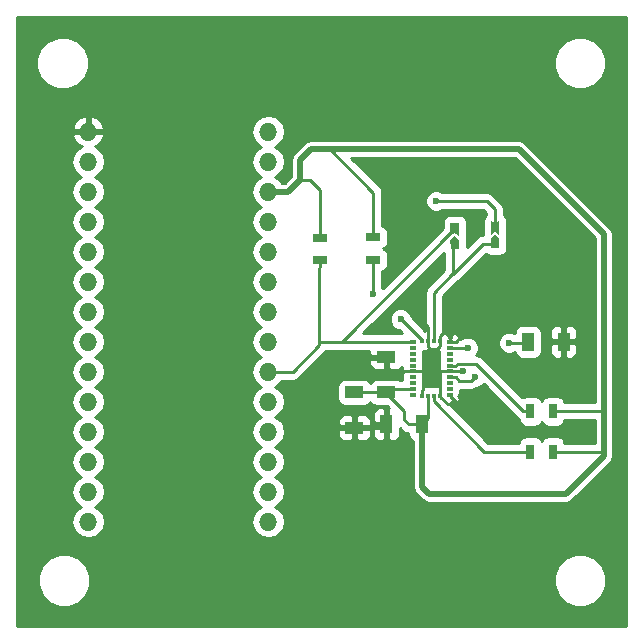
<source format=gtl>
G04 #@! TF.FileFunction,Copper,L1,Top,Signal*
%FSLAX46Y46*%
G04 Gerber Fmt 4.6, Leading zero omitted, Abs format (unit mm)*
G04 Created by KiCad (PCBNEW 4.0.4-stable) date 06/13/17 21:08:50*
%MOMM*%
%LPD*%
G01*
G04 APERTURE LIST*
%ADD10C,0.100000*%
%ADD11O,1.524000X1.524000*%
%ADD12R,1.000000X1.600000*%
%ADD13R,1.600000X1.000000*%
%ADD14R,0.700000X1.300000*%
%ADD15R,1.300000X0.700000*%
%ADD16R,0.525000X0.300000*%
%ADD17R,0.300000X0.425000*%
%ADD18R,0.750000X0.800000*%
%ADD19C,0.600000*%
%ADD20C,0.500000*%
%ADD21C,0.250000*%
%ADD22C,0.254000*%
G04 APERTURE END LIST*
D10*
D11*
X171400000Y-132840000D03*
X156160000Y-132840000D03*
X171400000Y-127760000D03*
X171400000Y-125220000D03*
X171400000Y-130300000D03*
X156160000Y-130300000D03*
X156160000Y-127760000D03*
X171400000Y-117600000D03*
X156160000Y-125220000D03*
X171400000Y-120140000D03*
X156160000Y-122680000D03*
X171400000Y-115060000D03*
X171400000Y-109980000D03*
X171400000Y-122680000D03*
X171400000Y-107440000D03*
X171400000Y-104900000D03*
X156160000Y-117600000D03*
X171400000Y-112520000D03*
X171400000Y-99820000D03*
X171400000Y-102360000D03*
X156160000Y-115060000D03*
X156160000Y-112520000D03*
X156160000Y-99820000D03*
X156160000Y-109980000D03*
X156160000Y-120140000D03*
X156160000Y-107440000D03*
X156160000Y-104900000D03*
X156160000Y-102360000D03*
D12*
X181400000Y-124600000D03*
X184400000Y-124600000D03*
X196400000Y-117600000D03*
X193400000Y-117600000D03*
D13*
X178700000Y-121900000D03*
X178700000Y-124900000D03*
X181400000Y-121900000D03*
X181400000Y-118900000D03*
D14*
X193600000Y-126900000D03*
X195500000Y-126900000D03*
X193600000Y-123500000D03*
X195500000Y-123500000D03*
D15*
X180260790Y-108759636D03*
X180260790Y-110659636D03*
X175757100Y-108786752D03*
X175757100Y-110686752D03*
D16*
X183631000Y-122124000D03*
D17*
X184443500Y-122186500D03*
X184943500Y-122186500D03*
X185443500Y-122186500D03*
X185943500Y-122186500D03*
D16*
X186756000Y-122124000D03*
X186756000Y-121624000D03*
X186756000Y-121124000D03*
X186756000Y-120624000D03*
X186756000Y-120124000D03*
X186756000Y-119624000D03*
X186756000Y-119124000D03*
X186756000Y-118624000D03*
X186756000Y-118124000D03*
X186756000Y-117624000D03*
D17*
X185943500Y-117561500D03*
X185443500Y-117561500D03*
X184943500Y-117561500D03*
X184443500Y-117561500D03*
D16*
X183631000Y-117624000D03*
X183631000Y-118124000D03*
X183631000Y-118624000D03*
X183631000Y-119124000D03*
X183631000Y-119624000D03*
X183631000Y-120124000D03*
X183631000Y-120624000D03*
X183631000Y-121124000D03*
X183631000Y-121624000D03*
D18*
X190600000Y-109300000D03*
X190600000Y-107800000D03*
D10*
G36*
X190225000Y-107416200D02*
X190975000Y-107966200D01*
X190975000Y-108016200D01*
X190225000Y-108566200D01*
X190225000Y-107416200D01*
X190225000Y-107416200D01*
G37*
G36*
X190975000Y-108566200D02*
X190225000Y-108016200D01*
X190225000Y-107966200D01*
X190975000Y-107416200D01*
X190975000Y-108566200D01*
X190975000Y-108566200D01*
G37*
G36*
X190599960Y-108558000D02*
X190975960Y-108858000D01*
X190975960Y-109258000D01*
X190599960Y-109558000D01*
X190599960Y-108558000D01*
X190599960Y-108558000D01*
G37*
G36*
X190600040Y-109558000D02*
X190224040Y-109258000D01*
X190224040Y-108858000D01*
X190600040Y-108558000D01*
X190600040Y-109558000D01*
X190600040Y-109558000D01*
G37*
D18*
X187200000Y-109400000D03*
X187200000Y-107900000D03*
D10*
G36*
X186825000Y-107516200D02*
X187575000Y-108066200D01*
X187575000Y-108116200D01*
X186825000Y-108666200D01*
X186825000Y-107516200D01*
X186825000Y-107516200D01*
G37*
G36*
X187575000Y-108666200D02*
X186825000Y-108116200D01*
X186825000Y-108066200D01*
X187575000Y-107516200D01*
X187575000Y-108666200D01*
X187575000Y-108666200D01*
G37*
G36*
X187199960Y-108658000D02*
X187575960Y-108958000D01*
X187575960Y-109358000D01*
X187199960Y-109658000D01*
X187199960Y-108658000D01*
X187199960Y-108658000D01*
G37*
G36*
X187200040Y-109658000D02*
X186824040Y-109358000D01*
X186824040Y-108958000D01*
X187200040Y-108658000D01*
X187200040Y-109658000D01*
X187200040Y-109658000D01*
G37*
D19*
X187900000Y-123300000D03*
X187900000Y-120100000D03*
X191800000Y-117700000D03*
X188900000Y-120600000D03*
X188900000Y-120600000D03*
X180260790Y-113560790D03*
X185600000Y-105700000D03*
X182600000Y-115700000D03*
X188276000Y-118124000D03*
D20*
X176600000Y-101300000D02*
X192600000Y-101300000D01*
X192600000Y-101300000D02*
X199800000Y-108500000D01*
X199800000Y-108500000D02*
X199800000Y-123500000D01*
D21*
X175757100Y-105112083D02*
X175757100Y-104717927D01*
X175757100Y-104717927D02*
X174939173Y-103900000D01*
X174939173Y-103900000D02*
X174100000Y-103900000D01*
D20*
X176600000Y-101300000D02*
X175000000Y-101300000D01*
X175000000Y-101300000D02*
X174100000Y-102200000D01*
X174100000Y-102200000D02*
X174100000Y-103900000D01*
X174100000Y-103900000D02*
X173100000Y-104900000D01*
X173100000Y-104900000D02*
X171400000Y-104900000D01*
D21*
X181400000Y-121900000D02*
X181400000Y-121957723D01*
X181400000Y-121957723D02*
X182900000Y-123457723D01*
X182900000Y-123457723D02*
X182900000Y-124200000D01*
X183300000Y-124600000D02*
X184400000Y-124600000D01*
X182900000Y-124200000D02*
X183300000Y-124600000D01*
D20*
X184400000Y-124600000D02*
X184400000Y-129900000D01*
X184400000Y-129900000D02*
X185000000Y-130500000D01*
X185000000Y-130500000D02*
X196600000Y-130500000D01*
X196600000Y-130500000D02*
X199800000Y-127300000D01*
X199800000Y-127300000D02*
X199800000Y-126800000D01*
D21*
X184943500Y-122186500D02*
X184943500Y-124056500D01*
X184943500Y-124056500D02*
X184400000Y-124600000D01*
X181400000Y-121900000D02*
X181676000Y-121624000D01*
X181676000Y-121624000D02*
X183631000Y-121624000D01*
X179100000Y-121900000D02*
X181400000Y-121900000D01*
X180260790Y-108759636D02*
X180260790Y-108159636D01*
X180260790Y-108159636D02*
X180300000Y-108120426D01*
X180300000Y-108120426D02*
X180300000Y-105000000D01*
X180300000Y-105000000D02*
X176600000Y-101300000D01*
X175757100Y-108786752D02*
X175757100Y-105112083D01*
D20*
X199800000Y-126800000D02*
X199800000Y-123500000D01*
D21*
X195500000Y-126900000D02*
X199700000Y-126900000D01*
X199700000Y-126900000D02*
X199800000Y-126800000D01*
X195500000Y-123500000D02*
X199800000Y-123500000D01*
X180260790Y-108759636D02*
X179960790Y-108759636D01*
X175677100Y-108706752D02*
X175757100Y-108786752D01*
X185500000Y-120124000D02*
X184500000Y-120124000D01*
X184500000Y-120124000D02*
X184376000Y-120124000D01*
X184443500Y-122186500D02*
X184443500Y-121724000D01*
X184443500Y-121724000D02*
X184500000Y-121667500D01*
X184500000Y-121667500D02*
X184500000Y-120124000D01*
X183118500Y-120124000D02*
X182924000Y-120124000D01*
X182924000Y-120124000D02*
X182900000Y-120100000D01*
X182900000Y-120100000D02*
X181850000Y-120100000D01*
X181400000Y-119650000D02*
X181400000Y-118900000D01*
X181850000Y-120100000D02*
X181400000Y-119650000D01*
X175400000Y-122650000D02*
X179150000Y-118900000D01*
X179150000Y-118900000D02*
X181400000Y-118900000D01*
X178700000Y-124900000D02*
X177650000Y-124900000D01*
X177650000Y-124900000D02*
X175400000Y-122650000D01*
X178700000Y-124900000D02*
X181100000Y-124900000D01*
X181100000Y-124900000D02*
X181400000Y-124600000D01*
X185943500Y-117099000D02*
X186242500Y-116800000D01*
X186242500Y-116800000D02*
X186650000Y-116392500D01*
X186756000Y-117624000D02*
X186756000Y-117224000D01*
X186756000Y-117224000D02*
X186332000Y-116800000D01*
X186332000Y-116800000D02*
X186242500Y-116800000D01*
X185500000Y-120124000D02*
X185500000Y-118225742D01*
X185943500Y-122186500D02*
X185943500Y-120124000D01*
X185943500Y-120124000D02*
X185500000Y-120124000D01*
X186756000Y-120124000D02*
X185500000Y-120124000D01*
X185718781Y-118225742D02*
X185500000Y-118225742D01*
X185500000Y-118225742D02*
X185145242Y-118225742D01*
X183631000Y-120124000D02*
X184376000Y-120124000D01*
X185943500Y-117561500D02*
X185943500Y-118001023D01*
X185943500Y-118001023D02*
X185718781Y-118225742D01*
X185145242Y-118225742D02*
X184943500Y-118024000D01*
X184943500Y-118024000D02*
X184943500Y-117561500D01*
X186594500Y-122900000D02*
X187000000Y-122900000D01*
X185943500Y-122186500D02*
X185943500Y-122249000D01*
X185943500Y-122249000D02*
X186594500Y-122900000D01*
X183631000Y-120124000D02*
X183118500Y-120124000D01*
X183118500Y-120124000D02*
X183094500Y-120100000D01*
X184943500Y-117561500D02*
X184943500Y-116343500D01*
X184943500Y-116343500D02*
X184200000Y-115600000D01*
X186786500Y-122186500D02*
X187900000Y-123300000D01*
X186756000Y-120124000D02*
X187876000Y-120124000D01*
X187876000Y-120124000D02*
X187900000Y-120100000D01*
X187268500Y-117624000D02*
X188500000Y-116392500D01*
X185943500Y-117561500D02*
X185943500Y-117099000D01*
X186756000Y-117624000D02*
X187268500Y-117624000D01*
X188600001Y-120899999D02*
X188900000Y-120600000D01*
X187574995Y-120899999D02*
X188600001Y-120899999D01*
X187298996Y-120624000D02*
X187574995Y-120899999D01*
X186756000Y-120624000D02*
X187298996Y-120624000D01*
X191800000Y-117700000D02*
X193300000Y-117700000D01*
X193300000Y-117700000D02*
X193400000Y-117600000D01*
X180260790Y-110659636D02*
X180260790Y-113560790D01*
X189900000Y-105700000D02*
X185600000Y-105700000D01*
X190600000Y-106400000D02*
X189900000Y-105700000D01*
X190600000Y-107991200D02*
X190600000Y-106400000D01*
X184443500Y-117561500D02*
X184443500Y-117499000D01*
X184443500Y-117499000D02*
X182644500Y-115700000D01*
X182644500Y-115700000D02*
X182600000Y-115700000D01*
X184400000Y-117518000D02*
X184443500Y-117561500D01*
X175700000Y-117624000D02*
X175700000Y-117900000D01*
X175700000Y-117900000D02*
X173460000Y-120140000D01*
X173460000Y-120140000D02*
X171400000Y-120140000D01*
X187200000Y-108091200D02*
X187144981Y-108091200D01*
X187144981Y-108091200D02*
X177612181Y-117624000D01*
X177612181Y-117624000D02*
X177500000Y-117624000D01*
X183631000Y-117624000D02*
X177500000Y-117624000D01*
X177500000Y-117624000D02*
X175700000Y-117624000D01*
X175700000Y-111343852D02*
X175700000Y-117624000D01*
X175757100Y-110686752D02*
X175757100Y-111286752D01*
X175757100Y-111286752D02*
X175700000Y-111343852D01*
X186756000Y-118124000D02*
X188276000Y-118124000D01*
X193600000Y-126900000D02*
X189694500Y-126900000D01*
X189694500Y-126900000D02*
X185443500Y-122649000D01*
X185443500Y-122649000D02*
X185443500Y-122186500D01*
X187268500Y-119624000D02*
X186756000Y-119624000D01*
X188974998Y-119474998D02*
X187417502Y-119474998D01*
X193600000Y-123500000D02*
X193000000Y-123500000D01*
X187417502Y-119474998D02*
X187268500Y-119624000D01*
X193000000Y-123500000D02*
X188974998Y-119474998D01*
X189975000Y-109300000D02*
X190600000Y-109300000D01*
X189611971Y-109300000D02*
X189975000Y-109300000D01*
X187012040Y-111899931D02*
X189611971Y-109300000D01*
X187012040Y-111899931D02*
X186991489Y-111899931D01*
X186991489Y-111899931D02*
X185443500Y-113447920D01*
X185443500Y-113447920D02*
X185443500Y-117561500D01*
X187012040Y-109158000D02*
X187012040Y-111899931D01*
D22*
G36*
X201690000Y-141690000D02*
X150110000Y-141690000D01*
X150110000Y-138242619D01*
X151864613Y-138242619D01*
X152204155Y-139064372D01*
X152832321Y-139693636D01*
X153653481Y-140034611D01*
X154542619Y-140035387D01*
X155364372Y-139695845D01*
X155993636Y-139067679D01*
X156334611Y-138246519D01*
X156334614Y-138242619D01*
X195564613Y-138242619D01*
X195904155Y-139064372D01*
X196532321Y-139693636D01*
X197353481Y-140034611D01*
X198242619Y-140035387D01*
X199064372Y-139695845D01*
X199693636Y-139067679D01*
X200034611Y-138246519D01*
X200035387Y-137357381D01*
X199695845Y-136535628D01*
X199067679Y-135906364D01*
X198246519Y-135565389D01*
X197357381Y-135564613D01*
X196535628Y-135904155D01*
X195906364Y-136532321D01*
X195565389Y-137353481D01*
X195564613Y-138242619D01*
X156334614Y-138242619D01*
X156335387Y-137357381D01*
X155995845Y-136535628D01*
X155367679Y-135906364D01*
X154546519Y-135565389D01*
X153657381Y-135564613D01*
X152835628Y-135904155D01*
X152206364Y-136532321D01*
X151865389Y-137353481D01*
X151864613Y-138242619D01*
X150110000Y-138242619D01*
X150110000Y-102360000D01*
X154735631Y-102360000D01*
X154841971Y-102894609D01*
X155144803Y-103347828D01*
X155567102Y-103630000D01*
X155144803Y-103912172D01*
X154841971Y-104365391D01*
X154735631Y-104900000D01*
X154841971Y-105434609D01*
X155144803Y-105887828D01*
X155567102Y-106170000D01*
X155144803Y-106452172D01*
X154841971Y-106905391D01*
X154735631Y-107440000D01*
X154841971Y-107974609D01*
X155144803Y-108427828D01*
X155567102Y-108710000D01*
X155144803Y-108992172D01*
X154841971Y-109445391D01*
X154735631Y-109980000D01*
X154841971Y-110514609D01*
X155144803Y-110967828D01*
X155567102Y-111250000D01*
X155144803Y-111532172D01*
X154841971Y-111985391D01*
X154735631Y-112520000D01*
X154841971Y-113054609D01*
X155144803Y-113507828D01*
X155567102Y-113790000D01*
X155144803Y-114072172D01*
X154841971Y-114525391D01*
X154735631Y-115060000D01*
X154841971Y-115594609D01*
X155144803Y-116047828D01*
X155567102Y-116330000D01*
X155144803Y-116612172D01*
X154841971Y-117065391D01*
X154735631Y-117600000D01*
X154841971Y-118134609D01*
X155144803Y-118587828D01*
X155567102Y-118870000D01*
X155144803Y-119152172D01*
X154841971Y-119605391D01*
X154735631Y-120140000D01*
X154841971Y-120674609D01*
X155144803Y-121127828D01*
X155567102Y-121410000D01*
X155144803Y-121692172D01*
X154841971Y-122145391D01*
X154735631Y-122680000D01*
X154841971Y-123214609D01*
X155144803Y-123667828D01*
X155567102Y-123950000D01*
X155144803Y-124232172D01*
X154841971Y-124685391D01*
X154735631Y-125220000D01*
X154841971Y-125754609D01*
X155144803Y-126207828D01*
X155567102Y-126490000D01*
X155144803Y-126772172D01*
X154841971Y-127225391D01*
X154735631Y-127760000D01*
X154841971Y-128294609D01*
X155144803Y-128747828D01*
X155567102Y-129030000D01*
X155144803Y-129312172D01*
X154841971Y-129765391D01*
X154735631Y-130300000D01*
X154841971Y-130834609D01*
X155144803Y-131287828D01*
X155567102Y-131570000D01*
X155144803Y-131852172D01*
X154841971Y-132305391D01*
X154735631Y-132840000D01*
X154841971Y-133374609D01*
X155144803Y-133827828D01*
X155598022Y-134130660D01*
X156132631Y-134237000D01*
X156187369Y-134237000D01*
X156721978Y-134130660D01*
X157175197Y-133827828D01*
X157478029Y-133374609D01*
X157584369Y-132840000D01*
X157478029Y-132305391D01*
X157175197Y-131852172D01*
X156752898Y-131570000D01*
X157175197Y-131287828D01*
X157478029Y-130834609D01*
X157584369Y-130300000D01*
X157478029Y-129765391D01*
X157175197Y-129312172D01*
X156752898Y-129030000D01*
X157175197Y-128747828D01*
X157478029Y-128294609D01*
X157584369Y-127760000D01*
X157478029Y-127225391D01*
X157175197Y-126772172D01*
X156752898Y-126490000D01*
X157175197Y-126207828D01*
X157478029Y-125754609D01*
X157584369Y-125220000D01*
X157478029Y-124685391D01*
X157175197Y-124232172D01*
X156752898Y-123950000D01*
X157175197Y-123667828D01*
X157478029Y-123214609D01*
X157584369Y-122680000D01*
X157478029Y-122145391D01*
X157175197Y-121692172D01*
X156752898Y-121410000D01*
X157175197Y-121127828D01*
X157478029Y-120674609D01*
X157584369Y-120140000D01*
X157478029Y-119605391D01*
X157175197Y-119152172D01*
X156752898Y-118870000D01*
X157175197Y-118587828D01*
X157478029Y-118134609D01*
X157584369Y-117600000D01*
X157478029Y-117065391D01*
X157175197Y-116612172D01*
X156752898Y-116330000D01*
X157175197Y-116047828D01*
X157478029Y-115594609D01*
X157584369Y-115060000D01*
X157478029Y-114525391D01*
X157175197Y-114072172D01*
X156752898Y-113790000D01*
X157175197Y-113507828D01*
X157478029Y-113054609D01*
X157584369Y-112520000D01*
X157478029Y-111985391D01*
X157175197Y-111532172D01*
X156752898Y-111250000D01*
X157175197Y-110967828D01*
X157478029Y-110514609D01*
X157584369Y-109980000D01*
X157478029Y-109445391D01*
X157175197Y-108992172D01*
X156752898Y-108710000D01*
X157175197Y-108427828D01*
X157478029Y-107974609D01*
X157584369Y-107440000D01*
X157478029Y-106905391D01*
X157175197Y-106452172D01*
X156752898Y-106170000D01*
X157175197Y-105887828D01*
X157478029Y-105434609D01*
X157584369Y-104900000D01*
X157478029Y-104365391D01*
X157175197Y-103912172D01*
X156752898Y-103630000D01*
X157175197Y-103347828D01*
X157478029Y-102894609D01*
X157584369Y-102360000D01*
X157478029Y-101825391D01*
X157175197Y-101372172D01*
X156722536Y-101069713D01*
X156995199Y-100939858D01*
X157360174Y-100534997D01*
X157514220Y-100163070D01*
X157391720Y-99947000D01*
X156287000Y-99947000D01*
X156287000Y-99967000D01*
X156033000Y-99967000D01*
X156033000Y-99947000D01*
X154928280Y-99947000D01*
X154805780Y-100163070D01*
X154959826Y-100534997D01*
X155324801Y-100939858D01*
X155597464Y-101069713D01*
X155144803Y-101372172D01*
X154841971Y-101825391D01*
X154735631Y-102360000D01*
X150110000Y-102360000D01*
X150110000Y-99820000D01*
X169975631Y-99820000D01*
X170081971Y-100354609D01*
X170384803Y-100807828D01*
X170807102Y-101090000D01*
X170384803Y-101372172D01*
X170081971Y-101825391D01*
X169975631Y-102360000D01*
X170081971Y-102894609D01*
X170384803Y-103347828D01*
X170807102Y-103630000D01*
X170384803Y-103912172D01*
X170081971Y-104365391D01*
X169975631Y-104900000D01*
X170081971Y-105434609D01*
X170384803Y-105887828D01*
X170807102Y-106170000D01*
X170384803Y-106452172D01*
X170081971Y-106905391D01*
X169975631Y-107440000D01*
X170081971Y-107974609D01*
X170384803Y-108427828D01*
X170807102Y-108710000D01*
X170384803Y-108992172D01*
X170081971Y-109445391D01*
X169975631Y-109980000D01*
X170081971Y-110514609D01*
X170384803Y-110967828D01*
X170807102Y-111250000D01*
X170384803Y-111532172D01*
X170081971Y-111985391D01*
X169975631Y-112520000D01*
X170081971Y-113054609D01*
X170384803Y-113507828D01*
X170807102Y-113790000D01*
X170384803Y-114072172D01*
X170081971Y-114525391D01*
X169975631Y-115060000D01*
X170081971Y-115594609D01*
X170384803Y-116047828D01*
X170807102Y-116330000D01*
X170384803Y-116612172D01*
X170081971Y-117065391D01*
X169975631Y-117600000D01*
X170081971Y-118134609D01*
X170384803Y-118587828D01*
X170807102Y-118870000D01*
X170384803Y-119152172D01*
X170081971Y-119605391D01*
X169975631Y-120140000D01*
X170081971Y-120674609D01*
X170384803Y-121127828D01*
X170807102Y-121410000D01*
X170384803Y-121692172D01*
X170081971Y-122145391D01*
X169975631Y-122680000D01*
X170081971Y-123214609D01*
X170384803Y-123667828D01*
X170807102Y-123950000D01*
X170384803Y-124232172D01*
X170081971Y-124685391D01*
X169975631Y-125220000D01*
X170081971Y-125754609D01*
X170384803Y-126207828D01*
X170807102Y-126490000D01*
X170384803Y-126772172D01*
X170081971Y-127225391D01*
X169975631Y-127760000D01*
X170081971Y-128294609D01*
X170384803Y-128747828D01*
X170807102Y-129030000D01*
X170384803Y-129312172D01*
X170081971Y-129765391D01*
X169975631Y-130300000D01*
X170081971Y-130834609D01*
X170384803Y-131287828D01*
X170807102Y-131570000D01*
X170384803Y-131852172D01*
X170081971Y-132305391D01*
X169975631Y-132840000D01*
X170081971Y-133374609D01*
X170384803Y-133827828D01*
X170838022Y-134130660D01*
X171372631Y-134237000D01*
X171427369Y-134237000D01*
X171961978Y-134130660D01*
X172415197Y-133827828D01*
X172718029Y-133374609D01*
X172824369Y-132840000D01*
X172718029Y-132305391D01*
X172415197Y-131852172D01*
X171992898Y-131570000D01*
X172415197Y-131287828D01*
X172718029Y-130834609D01*
X172824369Y-130300000D01*
X172718029Y-129765391D01*
X172415197Y-129312172D01*
X171992898Y-129030000D01*
X172415197Y-128747828D01*
X172718029Y-128294609D01*
X172824369Y-127760000D01*
X172718029Y-127225391D01*
X172415197Y-126772172D01*
X171992898Y-126490000D01*
X172415197Y-126207828D01*
X172718029Y-125754609D01*
X172824369Y-125220000D01*
X172817557Y-125185750D01*
X177265000Y-125185750D01*
X177265000Y-125526309D01*
X177361673Y-125759698D01*
X177540301Y-125938327D01*
X177773690Y-126035000D01*
X178414250Y-126035000D01*
X178573000Y-125876250D01*
X178573000Y-125027000D01*
X178827000Y-125027000D01*
X178827000Y-125876250D01*
X178985750Y-126035000D01*
X179626310Y-126035000D01*
X179859699Y-125938327D01*
X180038327Y-125759698D01*
X180135000Y-125526309D01*
X180135000Y-125185750D01*
X179976250Y-125027000D01*
X178827000Y-125027000D01*
X178573000Y-125027000D01*
X177423750Y-125027000D01*
X177265000Y-125185750D01*
X172817557Y-125185750D01*
X172757884Y-124885750D01*
X180265000Y-124885750D01*
X180265000Y-125526310D01*
X180361673Y-125759699D01*
X180540302Y-125938327D01*
X180773691Y-126035000D01*
X181114250Y-126035000D01*
X181273000Y-125876250D01*
X181273000Y-124727000D01*
X180423750Y-124727000D01*
X180265000Y-124885750D01*
X172757884Y-124885750D01*
X172718029Y-124685391D01*
X172442940Y-124273691D01*
X177265000Y-124273691D01*
X177265000Y-124614250D01*
X177423750Y-124773000D01*
X178573000Y-124773000D01*
X178573000Y-123923750D01*
X178827000Y-123923750D01*
X178827000Y-124773000D01*
X179976250Y-124773000D01*
X180135000Y-124614250D01*
X180135000Y-124273691D01*
X180038327Y-124040302D01*
X179859699Y-123861673D01*
X179626310Y-123765000D01*
X178985750Y-123765000D01*
X178827000Y-123923750D01*
X178573000Y-123923750D01*
X178414250Y-123765000D01*
X177773690Y-123765000D01*
X177540301Y-123861673D01*
X177361673Y-124040302D01*
X177265000Y-124273691D01*
X172442940Y-124273691D01*
X172415197Y-124232172D01*
X171992898Y-123950000D01*
X172406423Y-123673690D01*
X180265000Y-123673690D01*
X180265000Y-124314250D01*
X180423750Y-124473000D01*
X181273000Y-124473000D01*
X181273000Y-123323750D01*
X181114250Y-123165000D01*
X180773691Y-123165000D01*
X180540302Y-123261673D01*
X180361673Y-123440301D01*
X180265000Y-123673690D01*
X172406423Y-123673690D01*
X172415197Y-123667828D01*
X172718029Y-123214609D01*
X172824369Y-122680000D01*
X172718029Y-122145391D01*
X172415197Y-121692172D01*
X171992898Y-121410000D01*
X172415197Y-121127828D01*
X172567427Y-120900000D01*
X173460000Y-120900000D01*
X173750839Y-120842148D01*
X173997401Y-120677401D01*
X175489052Y-119185750D01*
X179965000Y-119185750D01*
X179965000Y-119526309D01*
X180061673Y-119759698D01*
X180240301Y-119938327D01*
X180473690Y-120035000D01*
X181114250Y-120035000D01*
X181273000Y-119876250D01*
X181273000Y-119027000D01*
X180123750Y-119027000D01*
X179965000Y-119185750D01*
X175489052Y-119185750D01*
X176237401Y-118437401D01*
X176273082Y-118384000D01*
X179965000Y-118384000D01*
X179965000Y-118614250D01*
X180123750Y-118773000D01*
X181273000Y-118773000D01*
X181273000Y-118753000D01*
X181527000Y-118753000D01*
X181527000Y-118773000D01*
X181547000Y-118773000D01*
X181547000Y-119027000D01*
X181527000Y-119027000D01*
X181527000Y-119876250D01*
X181685750Y-120035000D01*
X182326310Y-120035000D01*
X182559699Y-119938327D01*
X182721530Y-119776496D01*
X182734481Y-119845324D01*
X182733500Y-119847691D01*
X182733500Y-119890250D01*
X182745121Y-119901871D01*
X182765338Y-120009317D01*
X182839120Y-120123978D01*
X182772069Y-120222110D01*
X182747420Y-120343830D01*
X182733500Y-120357750D01*
X182733500Y-120400309D01*
X182735168Y-120404335D01*
X182721060Y-120474000D01*
X182721060Y-120774000D01*
X182737995Y-120864000D01*
X182540334Y-120864000D01*
X182451890Y-120803569D01*
X182200000Y-120752560D01*
X180600000Y-120752560D01*
X180364683Y-120796838D01*
X180148559Y-120935910D01*
X180049367Y-121081083D01*
X179964090Y-120948559D01*
X179751890Y-120803569D01*
X179500000Y-120752560D01*
X177900000Y-120752560D01*
X177664683Y-120796838D01*
X177448559Y-120935910D01*
X177303569Y-121148110D01*
X177252560Y-121400000D01*
X177252560Y-122400000D01*
X177296838Y-122635317D01*
X177435910Y-122851441D01*
X177648110Y-122996431D01*
X177900000Y-123047440D01*
X179500000Y-123047440D01*
X179735317Y-123003162D01*
X179951441Y-122864090D01*
X180050633Y-122718917D01*
X180135910Y-122851441D01*
X180348110Y-122996431D01*
X180600000Y-123047440D01*
X181414915Y-123047440D01*
X181609113Y-123241638D01*
X181527000Y-123323750D01*
X181527000Y-124473000D01*
X181547000Y-124473000D01*
X181547000Y-124727000D01*
X181527000Y-124727000D01*
X181527000Y-125876250D01*
X181685750Y-126035000D01*
X182026309Y-126035000D01*
X182259698Y-125938327D01*
X182438327Y-125759699D01*
X182535000Y-125526310D01*
X182535000Y-124909802D01*
X182762599Y-125137401D01*
X183009160Y-125302148D01*
X183057414Y-125311746D01*
X183252560Y-125350564D01*
X183252560Y-125400000D01*
X183296838Y-125635317D01*
X183435910Y-125851441D01*
X183640000Y-125990890D01*
X183640000Y-129900000D01*
X183697852Y-130190839D01*
X183862599Y-130437401D01*
X184462599Y-131037401D01*
X184709161Y-131202148D01*
X185000000Y-131260000D01*
X196600000Y-131260000D01*
X196890839Y-131202148D01*
X197137401Y-131037401D01*
X200337401Y-127837401D01*
X200502148Y-127590840D01*
X200560000Y-127300000D01*
X200560000Y-108500000D01*
X200502148Y-108209161D01*
X200337401Y-107962599D01*
X193137401Y-100762599D01*
X192890839Y-100597852D01*
X192600000Y-100540000D01*
X175000000Y-100540000D01*
X174709160Y-100597852D01*
X174462599Y-100762599D01*
X173562599Y-101662599D01*
X173397852Y-101909161D01*
X173340000Y-102200000D01*
X173340000Y-103585198D01*
X172785198Y-104140000D01*
X172567427Y-104140000D01*
X172415197Y-103912172D01*
X171992898Y-103630000D01*
X172415197Y-103347828D01*
X172718029Y-102894609D01*
X172824369Y-102360000D01*
X172718029Y-101825391D01*
X172415197Y-101372172D01*
X171992898Y-101090000D01*
X172415197Y-100807828D01*
X172718029Y-100354609D01*
X172824369Y-99820000D01*
X172718029Y-99285391D01*
X172415197Y-98832172D01*
X171961978Y-98529340D01*
X171427369Y-98423000D01*
X171372631Y-98423000D01*
X170838022Y-98529340D01*
X170384803Y-98832172D01*
X170081971Y-99285391D01*
X169975631Y-99820000D01*
X150110000Y-99820000D01*
X150110000Y-99476930D01*
X154805780Y-99476930D01*
X154928280Y-99693000D01*
X156033000Y-99693000D01*
X156033000Y-98587524D01*
X156287000Y-98587524D01*
X156287000Y-99693000D01*
X157391720Y-99693000D01*
X157514220Y-99476930D01*
X157360174Y-99105003D01*
X156995199Y-98700142D01*
X156503072Y-98465769D01*
X156287000Y-98587524D01*
X156033000Y-98587524D01*
X155816928Y-98465769D01*
X155324801Y-98700142D01*
X154959826Y-99105003D01*
X154805780Y-99476930D01*
X150110000Y-99476930D01*
X150110000Y-94442619D01*
X151764613Y-94442619D01*
X152104155Y-95264372D01*
X152732321Y-95893636D01*
X153553481Y-96234611D01*
X154442619Y-96235387D01*
X155264372Y-95895845D01*
X155893636Y-95267679D01*
X156234611Y-94446519D01*
X156234614Y-94442619D01*
X195564613Y-94442619D01*
X195904155Y-95264372D01*
X196532321Y-95893636D01*
X197353481Y-96234611D01*
X198242619Y-96235387D01*
X199064372Y-95895845D01*
X199693636Y-95267679D01*
X200034611Y-94446519D01*
X200035387Y-93557381D01*
X199695845Y-92735628D01*
X199067679Y-92106364D01*
X198246519Y-91765389D01*
X197357381Y-91764613D01*
X196535628Y-92104155D01*
X195906364Y-92732321D01*
X195565389Y-93553481D01*
X195564613Y-94442619D01*
X156234614Y-94442619D01*
X156235387Y-93557381D01*
X155895845Y-92735628D01*
X155267679Y-92106364D01*
X154446519Y-91765389D01*
X153557381Y-91764613D01*
X152735628Y-92104155D01*
X152106364Y-92732321D01*
X151765389Y-93553481D01*
X151764613Y-94442619D01*
X150110000Y-94442619D01*
X150110000Y-90110000D01*
X201690000Y-90110000D01*
X201690000Y-141690000D01*
X201690000Y-141690000D01*
G37*
X201690000Y-141690000D02*
X150110000Y-141690000D01*
X150110000Y-138242619D01*
X151864613Y-138242619D01*
X152204155Y-139064372D01*
X152832321Y-139693636D01*
X153653481Y-140034611D01*
X154542619Y-140035387D01*
X155364372Y-139695845D01*
X155993636Y-139067679D01*
X156334611Y-138246519D01*
X156334614Y-138242619D01*
X195564613Y-138242619D01*
X195904155Y-139064372D01*
X196532321Y-139693636D01*
X197353481Y-140034611D01*
X198242619Y-140035387D01*
X199064372Y-139695845D01*
X199693636Y-139067679D01*
X200034611Y-138246519D01*
X200035387Y-137357381D01*
X199695845Y-136535628D01*
X199067679Y-135906364D01*
X198246519Y-135565389D01*
X197357381Y-135564613D01*
X196535628Y-135904155D01*
X195906364Y-136532321D01*
X195565389Y-137353481D01*
X195564613Y-138242619D01*
X156334614Y-138242619D01*
X156335387Y-137357381D01*
X155995845Y-136535628D01*
X155367679Y-135906364D01*
X154546519Y-135565389D01*
X153657381Y-135564613D01*
X152835628Y-135904155D01*
X152206364Y-136532321D01*
X151865389Y-137353481D01*
X151864613Y-138242619D01*
X150110000Y-138242619D01*
X150110000Y-102360000D01*
X154735631Y-102360000D01*
X154841971Y-102894609D01*
X155144803Y-103347828D01*
X155567102Y-103630000D01*
X155144803Y-103912172D01*
X154841971Y-104365391D01*
X154735631Y-104900000D01*
X154841971Y-105434609D01*
X155144803Y-105887828D01*
X155567102Y-106170000D01*
X155144803Y-106452172D01*
X154841971Y-106905391D01*
X154735631Y-107440000D01*
X154841971Y-107974609D01*
X155144803Y-108427828D01*
X155567102Y-108710000D01*
X155144803Y-108992172D01*
X154841971Y-109445391D01*
X154735631Y-109980000D01*
X154841971Y-110514609D01*
X155144803Y-110967828D01*
X155567102Y-111250000D01*
X155144803Y-111532172D01*
X154841971Y-111985391D01*
X154735631Y-112520000D01*
X154841971Y-113054609D01*
X155144803Y-113507828D01*
X155567102Y-113790000D01*
X155144803Y-114072172D01*
X154841971Y-114525391D01*
X154735631Y-115060000D01*
X154841971Y-115594609D01*
X155144803Y-116047828D01*
X155567102Y-116330000D01*
X155144803Y-116612172D01*
X154841971Y-117065391D01*
X154735631Y-117600000D01*
X154841971Y-118134609D01*
X155144803Y-118587828D01*
X155567102Y-118870000D01*
X155144803Y-119152172D01*
X154841971Y-119605391D01*
X154735631Y-120140000D01*
X154841971Y-120674609D01*
X155144803Y-121127828D01*
X155567102Y-121410000D01*
X155144803Y-121692172D01*
X154841971Y-122145391D01*
X154735631Y-122680000D01*
X154841971Y-123214609D01*
X155144803Y-123667828D01*
X155567102Y-123950000D01*
X155144803Y-124232172D01*
X154841971Y-124685391D01*
X154735631Y-125220000D01*
X154841971Y-125754609D01*
X155144803Y-126207828D01*
X155567102Y-126490000D01*
X155144803Y-126772172D01*
X154841971Y-127225391D01*
X154735631Y-127760000D01*
X154841971Y-128294609D01*
X155144803Y-128747828D01*
X155567102Y-129030000D01*
X155144803Y-129312172D01*
X154841971Y-129765391D01*
X154735631Y-130300000D01*
X154841971Y-130834609D01*
X155144803Y-131287828D01*
X155567102Y-131570000D01*
X155144803Y-131852172D01*
X154841971Y-132305391D01*
X154735631Y-132840000D01*
X154841971Y-133374609D01*
X155144803Y-133827828D01*
X155598022Y-134130660D01*
X156132631Y-134237000D01*
X156187369Y-134237000D01*
X156721978Y-134130660D01*
X157175197Y-133827828D01*
X157478029Y-133374609D01*
X157584369Y-132840000D01*
X157478029Y-132305391D01*
X157175197Y-131852172D01*
X156752898Y-131570000D01*
X157175197Y-131287828D01*
X157478029Y-130834609D01*
X157584369Y-130300000D01*
X157478029Y-129765391D01*
X157175197Y-129312172D01*
X156752898Y-129030000D01*
X157175197Y-128747828D01*
X157478029Y-128294609D01*
X157584369Y-127760000D01*
X157478029Y-127225391D01*
X157175197Y-126772172D01*
X156752898Y-126490000D01*
X157175197Y-126207828D01*
X157478029Y-125754609D01*
X157584369Y-125220000D01*
X157478029Y-124685391D01*
X157175197Y-124232172D01*
X156752898Y-123950000D01*
X157175197Y-123667828D01*
X157478029Y-123214609D01*
X157584369Y-122680000D01*
X157478029Y-122145391D01*
X157175197Y-121692172D01*
X156752898Y-121410000D01*
X157175197Y-121127828D01*
X157478029Y-120674609D01*
X157584369Y-120140000D01*
X157478029Y-119605391D01*
X157175197Y-119152172D01*
X156752898Y-118870000D01*
X157175197Y-118587828D01*
X157478029Y-118134609D01*
X157584369Y-117600000D01*
X157478029Y-117065391D01*
X157175197Y-116612172D01*
X156752898Y-116330000D01*
X157175197Y-116047828D01*
X157478029Y-115594609D01*
X157584369Y-115060000D01*
X157478029Y-114525391D01*
X157175197Y-114072172D01*
X156752898Y-113790000D01*
X157175197Y-113507828D01*
X157478029Y-113054609D01*
X157584369Y-112520000D01*
X157478029Y-111985391D01*
X157175197Y-111532172D01*
X156752898Y-111250000D01*
X157175197Y-110967828D01*
X157478029Y-110514609D01*
X157584369Y-109980000D01*
X157478029Y-109445391D01*
X157175197Y-108992172D01*
X156752898Y-108710000D01*
X157175197Y-108427828D01*
X157478029Y-107974609D01*
X157584369Y-107440000D01*
X157478029Y-106905391D01*
X157175197Y-106452172D01*
X156752898Y-106170000D01*
X157175197Y-105887828D01*
X157478029Y-105434609D01*
X157584369Y-104900000D01*
X157478029Y-104365391D01*
X157175197Y-103912172D01*
X156752898Y-103630000D01*
X157175197Y-103347828D01*
X157478029Y-102894609D01*
X157584369Y-102360000D01*
X157478029Y-101825391D01*
X157175197Y-101372172D01*
X156722536Y-101069713D01*
X156995199Y-100939858D01*
X157360174Y-100534997D01*
X157514220Y-100163070D01*
X157391720Y-99947000D01*
X156287000Y-99947000D01*
X156287000Y-99967000D01*
X156033000Y-99967000D01*
X156033000Y-99947000D01*
X154928280Y-99947000D01*
X154805780Y-100163070D01*
X154959826Y-100534997D01*
X155324801Y-100939858D01*
X155597464Y-101069713D01*
X155144803Y-101372172D01*
X154841971Y-101825391D01*
X154735631Y-102360000D01*
X150110000Y-102360000D01*
X150110000Y-99820000D01*
X169975631Y-99820000D01*
X170081971Y-100354609D01*
X170384803Y-100807828D01*
X170807102Y-101090000D01*
X170384803Y-101372172D01*
X170081971Y-101825391D01*
X169975631Y-102360000D01*
X170081971Y-102894609D01*
X170384803Y-103347828D01*
X170807102Y-103630000D01*
X170384803Y-103912172D01*
X170081971Y-104365391D01*
X169975631Y-104900000D01*
X170081971Y-105434609D01*
X170384803Y-105887828D01*
X170807102Y-106170000D01*
X170384803Y-106452172D01*
X170081971Y-106905391D01*
X169975631Y-107440000D01*
X170081971Y-107974609D01*
X170384803Y-108427828D01*
X170807102Y-108710000D01*
X170384803Y-108992172D01*
X170081971Y-109445391D01*
X169975631Y-109980000D01*
X170081971Y-110514609D01*
X170384803Y-110967828D01*
X170807102Y-111250000D01*
X170384803Y-111532172D01*
X170081971Y-111985391D01*
X169975631Y-112520000D01*
X170081971Y-113054609D01*
X170384803Y-113507828D01*
X170807102Y-113790000D01*
X170384803Y-114072172D01*
X170081971Y-114525391D01*
X169975631Y-115060000D01*
X170081971Y-115594609D01*
X170384803Y-116047828D01*
X170807102Y-116330000D01*
X170384803Y-116612172D01*
X170081971Y-117065391D01*
X169975631Y-117600000D01*
X170081971Y-118134609D01*
X170384803Y-118587828D01*
X170807102Y-118870000D01*
X170384803Y-119152172D01*
X170081971Y-119605391D01*
X169975631Y-120140000D01*
X170081971Y-120674609D01*
X170384803Y-121127828D01*
X170807102Y-121410000D01*
X170384803Y-121692172D01*
X170081971Y-122145391D01*
X169975631Y-122680000D01*
X170081971Y-123214609D01*
X170384803Y-123667828D01*
X170807102Y-123950000D01*
X170384803Y-124232172D01*
X170081971Y-124685391D01*
X169975631Y-125220000D01*
X170081971Y-125754609D01*
X170384803Y-126207828D01*
X170807102Y-126490000D01*
X170384803Y-126772172D01*
X170081971Y-127225391D01*
X169975631Y-127760000D01*
X170081971Y-128294609D01*
X170384803Y-128747828D01*
X170807102Y-129030000D01*
X170384803Y-129312172D01*
X170081971Y-129765391D01*
X169975631Y-130300000D01*
X170081971Y-130834609D01*
X170384803Y-131287828D01*
X170807102Y-131570000D01*
X170384803Y-131852172D01*
X170081971Y-132305391D01*
X169975631Y-132840000D01*
X170081971Y-133374609D01*
X170384803Y-133827828D01*
X170838022Y-134130660D01*
X171372631Y-134237000D01*
X171427369Y-134237000D01*
X171961978Y-134130660D01*
X172415197Y-133827828D01*
X172718029Y-133374609D01*
X172824369Y-132840000D01*
X172718029Y-132305391D01*
X172415197Y-131852172D01*
X171992898Y-131570000D01*
X172415197Y-131287828D01*
X172718029Y-130834609D01*
X172824369Y-130300000D01*
X172718029Y-129765391D01*
X172415197Y-129312172D01*
X171992898Y-129030000D01*
X172415197Y-128747828D01*
X172718029Y-128294609D01*
X172824369Y-127760000D01*
X172718029Y-127225391D01*
X172415197Y-126772172D01*
X171992898Y-126490000D01*
X172415197Y-126207828D01*
X172718029Y-125754609D01*
X172824369Y-125220000D01*
X172817557Y-125185750D01*
X177265000Y-125185750D01*
X177265000Y-125526309D01*
X177361673Y-125759698D01*
X177540301Y-125938327D01*
X177773690Y-126035000D01*
X178414250Y-126035000D01*
X178573000Y-125876250D01*
X178573000Y-125027000D01*
X178827000Y-125027000D01*
X178827000Y-125876250D01*
X178985750Y-126035000D01*
X179626310Y-126035000D01*
X179859699Y-125938327D01*
X180038327Y-125759698D01*
X180135000Y-125526309D01*
X180135000Y-125185750D01*
X179976250Y-125027000D01*
X178827000Y-125027000D01*
X178573000Y-125027000D01*
X177423750Y-125027000D01*
X177265000Y-125185750D01*
X172817557Y-125185750D01*
X172757884Y-124885750D01*
X180265000Y-124885750D01*
X180265000Y-125526310D01*
X180361673Y-125759699D01*
X180540302Y-125938327D01*
X180773691Y-126035000D01*
X181114250Y-126035000D01*
X181273000Y-125876250D01*
X181273000Y-124727000D01*
X180423750Y-124727000D01*
X180265000Y-124885750D01*
X172757884Y-124885750D01*
X172718029Y-124685391D01*
X172442940Y-124273691D01*
X177265000Y-124273691D01*
X177265000Y-124614250D01*
X177423750Y-124773000D01*
X178573000Y-124773000D01*
X178573000Y-123923750D01*
X178827000Y-123923750D01*
X178827000Y-124773000D01*
X179976250Y-124773000D01*
X180135000Y-124614250D01*
X180135000Y-124273691D01*
X180038327Y-124040302D01*
X179859699Y-123861673D01*
X179626310Y-123765000D01*
X178985750Y-123765000D01*
X178827000Y-123923750D01*
X178573000Y-123923750D01*
X178414250Y-123765000D01*
X177773690Y-123765000D01*
X177540301Y-123861673D01*
X177361673Y-124040302D01*
X177265000Y-124273691D01*
X172442940Y-124273691D01*
X172415197Y-124232172D01*
X171992898Y-123950000D01*
X172406423Y-123673690D01*
X180265000Y-123673690D01*
X180265000Y-124314250D01*
X180423750Y-124473000D01*
X181273000Y-124473000D01*
X181273000Y-123323750D01*
X181114250Y-123165000D01*
X180773691Y-123165000D01*
X180540302Y-123261673D01*
X180361673Y-123440301D01*
X180265000Y-123673690D01*
X172406423Y-123673690D01*
X172415197Y-123667828D01*
X172718029Y-123214609D01*
X172824369Y-122680000D01*
X172718029Y-122145391D01*
X172415197Y-121692172D01*
X171992898Y-121410000D01*
X172415197Y-121127828D01*
X172567427Y-120900000D01*
X173460000Y-120900000D01*
X173750839Y-120842148D01*
X173997401Y-120677401D01*
X175489052Y-119185750D01*
X179965000Y-119185750D01*
X179965000Y-119526309D01*
X180061673Y-119759698D01*
X180240301Y-119938327D01*
X180473690Y-120035000D01*
X181114250Y-120035000D01*
X181273000Y-119876250D01*
X181273000Y-119027000D01*
X180123750Y-119027000D01*
X179965000Y-119185750D01*
X175489052Y-119185750D01*
X176237401Y-118437401D01*
X176273082Y-118384000D01*
X179965000Y-118384000D01*
X179965000Y-118614250D01*
X180123750Y-118773000D01*
X181273000Y-118773000D01*
X181273000Y-118753000D01*
X181527000Y-118753000D01*
X181527000Y-118773000D01*
X181547000Y-118773000D01*
X181547000Y-119027000D01*
X181527000Y-119027000D01*
X181527000Y-119876250D01*
X181685750Y-120035000D01*
X182326310Y-120035000D01*
X182559699Y-119938327D01*
X182721530Y-119776496D01*
X182734481Y-119845324D01*
X182733500Y-119847691D01*
X182733500Y-119890250D01*
X182745121Y-119901871D01*
X182765338Y-120009317D01*
X182839120Y-120123978D01*
X182772069Y-120222110D01*
X182747420Y-120343830D01*
X182733500Y-120357750D01*
X182733500Y-120400309D01*
X182735168Y-120404335D01*
X182721060Y-120474000D01*
X182721060Y-120774000D01*
X182737995Y-120864000D01*
X182540334Y-120864000D01*
X182451890Y-120803569D01*
X182200000Y-120752560D01*
X180600000Y-120752560D01*
X180364683Y-120796838D01*
X180148559Y-120935910D01*
X180049367Y-121081083D01*
X179964090Y-120948559D01*
X179751890Y-120803569D01*
X179500000Y-120752560D01*
X177900000Y-120752560D01*
X177664683Y-120796838D01*
X177448559Y-120935910D01*
X177303569Y-121148110D01*
X177252560Y-121400000D01*
X177252560Y-122400000D01*
X177296838Y-122635317D01*
X177435910Y-122851441D01*
X177648110Y-122996431D01*
X177900000Y-123047440D01*
X179500000Y-123047440D01*
X179735317Y-123003162D01*
X179951441Y-122864090D01*
X180050633Y-122718917D01*
X180135910Y-122851441D01*
X180348110Y-122996431D01*
X180600000Y-123047440D01*
X181414915Y-123047440D01*
X181609113Y-123241638D01*
X181527000Y-123323750D01*
X181527000Y-124473000D01*
X181547000Y-124473000D01*
X181547000Y-124727000D01*
X181527000Y-124727000D01*
X181527000Y-125876250D01*
X181685750Y-126035000D01*
X182026309Y-126035000D01*
X182259698Y-125938327D01*
X182438327Y-125759699D01*
X182535000Y-125526310D01*
X182535000Y-124909802D01*
X182762599Y-125137401D01*
X183009160Y-125302148D01*
X183057414Y-125311746D01*
X183252560Y-125350564D01*
X183252560Y-125400000D01*
X183296838Y-125635317D01*
X183435910Y-125851441D01*
X183640000Y-125990890D01*
X183640000Y-129900000D01*
X183697852Y-130190839D01*
X183862599Y-130437401D01*
X184462599Y-131037401D01*
X184709161Y-131202148D01*
X185000000Y-131260000D01*
X196600000Y-131260000D01*
X196890839Y-131202148D01*
X197137401Y-131037401D01*
X200337401Y-127837401D01*
X200502148Y-127590840D01*
X200560000Y-127300000D01*
X200560000Y-108500000D01*
X200502148Y-108209161D01*
X200337401Y-107962599D01*
X193137401Y-100762599D01*
X192890839Y-100597852D01*
X192600000Y-100540000D01*
X175000000Y-100540000D01*
X174709160Y-100597852D01*
X174462599Y-100762599D01*
X173562599Y-101662599D01*
X173397852Y-101909161D01*
X173340000Y-102200000D01*
X173340000Y-103585198D01*
X172785198Y-104140000D01*
X172567427Y-104140000D01*
X172415197Y-103912172D01*
X171992898Y-103630000D01*
X172415197Y-103347828D01*
X172718029Y-102894609D01*
X172824369Y-102360000D01*
X172718029Y-101825391D01*
X172415197Y-101372172D01*
X171992898Y-101090000D01*
X172415197Y-100807828D01*
X172718029Y-100354609D01*
X172824369Y-99820000D01*
X172718029Y-99285391D01*
X172415197Y-98832172D01*
X171961978Y-98529340D01*
X171427369Y-98423000D01*
X171372631Y-98423000D01*
X170838022Y-98529340D01*
X170384803Y-98832172D01*
X170081971Y-99285391D01*
X169975631Y-99820000D01*
X150110000Y-99820000D01*
X150110000Y-99476930D01*
X154805780Y-99476930D01*
X154928280Y-99693000D01*
X156033000Y-99693000D01*
X156033000Y-98587524D01*
X156287000Y-98587524D01*
X156287000Y-99693000D01*
X157391720Y-99693000D01*
X157514220Y-99476930D01*
X157360174Y-99105003D01*
X156995199Y-98700142D01*
X156503072Y-98465769D01*
X156287000Y-98587524D01*
X156033000Y-98587524D01*
X155816928Y-98465769D01*
X155324801Y-98700142D01*
X154959826Y-99105003D01*
X154805780Y-99476930D01*
X150110000Y-99476930D01*
X150110000Y-94442619D01*
X151764613Y-94442619D01*
X152104155Y-95264372D01*
X152732321Y-95893636D01*
X153553481Y-96234611D01*
X154442619Y-96235387D01*
X155264372Y-95895845D01*
X155893636Y-95267679D01*
X156234611Y-94446519D01*
X156234614Y-94442619D01*
X195564613Y-94442619D01*
X195904155Y-95264372D01*
X196532321Y-95893636D01*
X197353481Y-96234611D01*
X198242619Y-96235387D01*
X199064372Y-95895845D01*
X199693636Y-95267679D01*
X200034611Y-94446519D01*
X200035387Y-93557381D01*
X199695845Y-92735628D01*
X199067679Y-92106364D01*
X198246519Y-91765389D01*
X197357381Y-91764613D01*
X196535628Y-92104155D01*
X195906364Y-92732321D01*
X195565389Y-93553481D01*
X195564613Y-94442619D01*
X156234614Y-94442619D01*
X156235387Y-93557381D01*
X155895845Y-92735628D01*
X155267679Y-92106364D01*
X154446519Y-91765389D01*
X153557381Y-91764613D01*
X152735628Y-92104155D01*
X152106364Y-92732321D01*
X151765389Y-93553481D01*
X151764613Y-94442619D01*
X150110000Y-94442619D01*
X150110000Y-90110000D01*
X201690000Y-90110000D01*
X201690000Y-141690000D01*
G36*
X192462599Y-124037401D02*
X192602560Y-124130920D01*
X192602560Y-124150000D01*
X192646838Y-124385317D01*
X192785910Y-124601441D01*
X192998110Y-124746431D01*
X193250000Y-124797440D01*
X193950000Y-124797440D01*
X194185317Y-124753162D01*
X194401441Y-124614090D01*
X194546431Y-124401890D01*
X194549081Y-124388803D01*
X194685910Y-124601441D01*
X194898110Y-124746431D01*
X195150000Y-124797440D01*
X195850000Y-124797440D01*
X196085317Y-124753162D01*
X196301441Y-124614090D01*
X196446431Y-124401890D01*
X196475164Y-124260000D01*
X199040000Y-124260000D01*
X199040000Y-126140000D01*
X196476742Y-126140000D01*
X196453162Y-126014683D01*
X196314090Y-125798559D01*
X196101890Y-125653569D01*
X195850000Y-125602560D01*
X195150000Y-125602560D01*
X194914683Y-125646838D01*
X194698559Y-125785910D01*
X194553569Y-125998110D01*
X194550919Y-126011197D01*
X194414090Y-125798559D01*
X194201890Y-125653569D01*
X193950000Y-125602560D01*
X193250000Y-125602560D01*
X193014683Y-125646838D01*
X192798559Y-125785910D01*
X192653569Y-125998110D01*
X192624836Y-126140000D01*
X190009302Y-126140000D01*
X186778302Y-122909000D01*
X186883002Y-122909000D01*
X186883002Y-122750252D01*
X187041750Y-122909000D01*
X187144810Y-122909000D01*
X187378199Y-122812327D01*
X187556827Y-122633698D01*
X187653500Y-122400309D01*
X187653500Y-122357750D01*
X187495879Y-122200129D01*
X187614931Y-122025890D01*
X187639580Y-121904170D01*
X187653500Y-121890250D01*
X187653500Y-121847691D01*
X187651832Y-121843665D01*
X187665940Y-121774000D01*
X187665940Y-121659999D01*
X188600001Y-121659999D01*
X188890840Y-121602147D01*
X188991213Y-121535080D01*
X189085167Y-121535162D01*
X189428943Y-121393117D01*
X189623799Y-121198601D01*
X192462599Y-124037401D01*
X192462599Y-124037401D01*
G37*
X192462599Y-124037401D02*
X192602560Y-124130920D01*
X192602560Y-124150000D01*
X192646838Y-124385317D01*
X192785910Y-124601441D01*
X192998110Y-124746431D01*
X193250000Y-124797440D01*
X193950000Y-124797440D01*
X194185317Y-124753162D01*
X194401441Y-124614090D01*
X194546431Y-124401890D01*
X194549081Y-124388803D01*
X194685910Y-124601441D01*
X194898110Y-124746431D01*
X195150000Y-124797440D01*
X195850000Y-124797440D01*
X196085317Y-124753162D01*
X196301441Y-124614090D01*
X196446431Y-124401890D01*
X196475164Y-124260000D01*
X199040000Y-124260000D01*
X199040000Y-126140000D01*
X196476742Y-126140000D01*
X196453162Y-126014683D01*
X196314090Y-125798559D01*
X196101890Y-125653569D01*
X195850000Y-125602560D01*
X195150000Y-125602560D01*
X194914683Y-125646838D01*
X194698559Y-125785910D01*
X194553569Y-125998110D01*
X194550919Y-126011197D01*
X194414090Y-125798559D01*
X194201890Y-125653569D01*
X193950000Y-125602560D01*
X193250000Y-125602560D01*
X193014683Y-125646838D01*
X192798559Y-125785910D01*
X192653569Y-125998110D01*
X192624836Y-126140000D01*
X190009302Y-126140000D01*
X186778302Y-122909000D01*
X186883002Y-122909000D01*
X186883002Y-122750252D01*
X187041750Y-122909000D01*
X187144810Y-122909000D01*
X187378199Y-122812327D01*
X187556827Y-122633698D01*
X187653500Y-122400309D01*
X187653500Y-122357750D01*
X187495879Y-122200129D01*
X187614931Y-122025890D01*
X187639580Y-121904170D01*
X187653500Y-121890250D01*
X187653500Y-121847691D01*
X187651832Y-121843665D01*
X187665940Y-121774000D01*
X187665940Y-121659999D01*
X188600001Y-121659999D01*
X188890840Y-121602147D01*
X188991213Y-121535080D01*
X189085167Y-121535162D01*
X189428943Y-121393117D01*
X189623799Y-121198601D01*
X192462599Y-124037401D01*
G36*
X199040000Y-108814802D02*
X199040000Y-122740000D01*
X196476742Y-122740000D01*
X196453162Y-122614683D01*
X196314090Y-122398559D01*
X196101890Y-122253569D01*
X195850000Y-122202560D01*
X195150000Y-122202560D01*
X194914683Y-122246838D01*
X194698559Y-122385910D01*
X194553569Y-122598110D01*
X194550919Y-122611197D01*
X194414090Y-122398559D01*
X194201890Y-122253569D01*
X193950000Y-122202560D01*
X193250000Y-122202560D01*
X193014683Y-122246838D01*
X192897223Y-122322421D01*
X189512399Y-118937597D01*
X189265837Y-118772850D01*
X189002029Y-118720375D01*
X189068192Y-118654327D01*
X189210838Y-118310799D01*
X189211162Y-117938833D01*
X189188988Y-117885167D01*
X190864838Y-117885167D01*
X191006883Y-118228943D01*
X191269673Y-118492192D01*
X191613201Y-118634838D01*
X191985167Y-118635162D01*
X192274327Y-118515684D01*
X192296838Y-118635317D01*
X192435910Y-118851441D01*
X192648110Y-118996431D01*
X192900000Y-119047440D01*
X193900000Y-119047440D01*
X194135317Y-119003162D01*
X194351441Y-118864090D01*
X194496431Y-118651890D01*
X194547440Y-118400000D01*
X194547440Y-117885750D01*
X195265000Y-117885750D01*
X195265000Y-118526310D01*
X195361673Y-118759699D01*
X195540302Y-118938327D01*
X195773691Y-119035000D01*
X196114250Y-119035000D01*
X196273000Y-118876250D01*
X196273000Y-117727000D01*
X196527000Y-117727000D01*
X196527000Y-118876250D01*
X196685750Y-119035000D01*
X197026309Y-119035000D01*
X197259698Y-118938327D01*
X197438327Y-118759699D01*
X197535000Y-118526310D01*
X197535000Y-117885750D01*
X197376250Y-117727000D01*
X196527000Y-117727000D01*
X196273000Y-117727000D01*
X195423750Y-117727000D01*
X195265000Y-117885750D01*
X194547440Y-117885750D01*
X194547440Y-116800000D01*
X194523674Y-116673690D01*
X195265000Y-116673690D01*
X195265000Y-117314250D01*
X195423750Y-117473000D01*
X196273000Y-117473000D01*
X196273000Y-116323750D01*
X196527000Y-116323750D01*
X196527000Y-117473000D01*
X197376250Y-117473000D01*
X197535000Y-117314250D01*
X197535000Y-116673690D01*
X197438327Y-116440301D01*
X197259698Y-116261673D01*
X197026309Y-116165000D01*
X196685750Y-116165000D01*
X196527000Y-116323750D01*
X196273000Y-116323750D01*
X196114250Y-116165000D01*
X195773691Y-116165000D01*
X195540302Y-116261673D01*
X195361673Y-116440301D01*
X195265000Y-116673690D01*
X194523674Y-116673690D01*
X194503162Y-116564683D01*
X194364090Y-116348559D01*
X194151890Y-116203569D01*
X193900000Y-116152560D01*
X192900000Y-116152560D01*
X192664683Y-116196838D01*
X192448559Y-116335910D01*
X192303569Y-116548110D01*
X192252560Y-116800000D01*
X192252560Y-116875516D01*
X191986799Y-116765162D01*
X191614833Y-116764838D01*
X191271057Y-116906883D01*
X191007808Y-117169673D01*
X190865162Y-117513201D01*
X190864838Y-117885167D01*
X189188988Y-117885167D01*
X189069117Y-117595057D01*
X188806327Y-117331808D01*
X188462799Y-117189162D01*
X188090833Y-117188838D01*
X187747057Y-117330883D01*
X187713882Y-117364000D01*
X187653500Y-117364000D01*
X187653500Y-117347691D01*
X187556827Y-117114302D01*
X187378199Y-116935673D01*
X187144810Y-116839000D01*
X187041750Y-116839000D01*
X186883000Y-116997750D01*
X186883000Y-117326560D01*
X186698440Y-117326560D01*
X186728500Y-117296500D01*
X186728500Y-117222690D01*
X186631827Y-116989301D01*
X186453198Y-116810673D01*
X186219809Y-116714000D01*
X186203500Y-116714000D01*
X186203500Y-113762722D01*
X187487507Y-112478715D01*
X187549441Y-112437332D01*
X189805123Y-110181650D01*
X189973110Y-110296431D01*
X190225000Y-110347440D01*
X190975000Y-110347440D01*
X191210317Y-110303162D01*
X191426441Y-110164090D01*
X191571431Y-109951890D01*
X191622440Y-109700000D01*
X191622440Y-109262741D01*
X191623400Y-109258000D01*
X191623400Y-108858000D01*
X191589979Y-108726496D01*
X191622440Y-108566200D01*
X191622440Y-107400000D01*
X191618744Y-107380358D01*
X191608816Y-107284078D01*
X191594232Y-107250089D01*
X191578162Y-107164683D01*
X191516411Y-107068719D01*
X191507477Y-107047898D01*
X191495765Y-107036635D01*
X191439090Y-106948559D01*
X191360000Y-106894519D01*
X191360000Y-106400000D01*
X191302148Y-106109161D01*
X191223088Y-105990839D01*
X191137401Y-105862598D01*
X190437401Y-105162599D01*
X190190839Y-104997852D01*
X189900000Y-104940000D01*
X186162463Y-104940000D01*
X186130327Y-104907808D01*
X185786799Y-104765162D01*
X185414833Y-104764838D01*
X185071057Y-104906883D01*
X184807808Y-105169673D01*
X184665162Y-105513201D01*
X184664838Y-105885167D01*
X184806883Y-106228943D01*
X185069673Y-106492192D01*
X185413201Y-106634838D01*
X185785167Y-106635162D01*
X186128943Y-106493117D01*
X186162118Y-106460000D01*
X189585198Y-106460000D01*
X189840000Y-106714803D01*
X189840000Y-106893156D01*
X189773559Y-106935910D01*
X189628569Y-107148110D01*
X189577560Y-107400000D01*
X189577560Y-108546845D01*
X189321132Y-108597852D01*
X189074570Y-108762599D01*
X188222440Y-109614729D01*
X188222440Y-109362741D01*
X188223400Y-109358000D01*
X188223400Y-108958000D01*
X188189979Y-108826496D01*
X188222440Y-108666200D01*
X188222440Y-107500000D01*
X188218744Y-107480358D01*
X188208816Y-107384078D01*
X188194232Y-107350089D01*
X188178162Y-107264683D01*
X188116411Y-107168719D01*
X188107477Y-107147898D01*
X188095765Y-107136635D01*
X188039090Y-107048559D01*
X187826890Y-106903569D01*
X187575000Y-106852560D01*
X186825000Y-106852560D01*
X186589683Y-106896838D01*
X186373559Y-107035910D01*
X186228569Y-107248110D01*
X186177560Y-107500000D01*
X186177560Y-107983819D01*
X181076018Y-113085361D01*
X181053907Y-113031847D01*
X181020790Y-112998672D01*
X181020790Y-111636378D01*
X181146107Y-111612798D01*
X181362231Y-111473726D01*
X181507221Y-111261526D01*
X181558230Y-111009636D01*
X181558230Y-110309636D01*
X181513952Y-110074319D01*
X181374880Y-109858195D01*
X181162680Y-109713205D01*
X181149593Y-109710555D01*
X181362231Y-109573726D01*
X181507221Y-109361526D01*
X181558230Y-109109636D01*
X181558230Y-108409636D01*
X181513952Y-108174319D01*
X181374880Y-107958195D01*
X181162680Y-107813205D01*
X181060000Y-107792412D01*
X181060000Y-105000000D01*
X181024443Y-104821244D01*
X181002148Y-104709160D01*
X180837401Y-104462599D01*
X178434802Y-102060000D01*
X192285198Y-102060000D01*
X199040000Y-108814802D01*
X199040000Y-108814802D01*
G37*
X199040000Y-108814802D02*
X199040000Y-122740000D01*
X196476742Y-122740000D01*
X196453162Y-122614683D01*
X196314090Y-122398559D01*
X196101890Y-122253569D01*
X195850000Y-122202560D01*
X195150000Y-122202560D01*
X194914683Y-122246838D01*
X194698559Y-122385910D01*
X194553569Y-122598110D01*
X194550919Y-122611197D01*
X194414090Y-122398559D01*
X194201890Y-122253569D01*
X193950000Y-122202560D01*
X193250000Y-122202560D01*
X193014683Y-122246838D01*
X192897223Y-122322421D01*
X189512399Y-118937597D01*
X189265837Y-118772850D01*
X189002029Y-118720375D01*
X189068192Y-118654327D01*
X189210838Y-118310799D01*
X189211162Y-117938833D01*
X189188988Y-117885167D01*
X190864838Y-117885167D01*
X191006883Y-118228943D01*
X191269673Y-118492192D01*
X191613201Y-118634838D01*
X191985167Y-118635162D01*
X192274327Y-118515684D01*
X192296838Y-118635317D01*
X192435910Y-118851441D01*
X192648110Y-118996431D01*
X192900000Y-119047440D01*
X193900000Y-119047440D01*
X194135317Y-119003162D01*
X194351441Y-118864090D01*
X194496431Y-118651890D01*
X194547440Y-118400000D01*
X194547440Y-117885750D01*
X195265000Y-117885750D01*
X195265000Y-118526310D01*
X195361673Y-118759699D01*
X195540302Y-118938327D01*
X195773691Y-119035000D01*
X196114250Y-119035000D01*
X196273000Y-118876250D01*
X196273000Y-117727000D01*
X196527000Y-117727000D01*
X196527000Y-118876250D01*
X196685750Y-119035000D01*
X197026309Y-119035000D01*
X197259698Y-118938327D01*
X197438327Y-118759699D01*
X197535000Y-118526310D01*
X197535000Y-117885750D01*
X197376250Y-117727000D01*
X196527000Y-117727000D01*
X196273000Y-117727000D01*
X195423750Y-117727000D01*
X195265000Y-117885750D01*
X194547440Y-117885750D01*
X194547440Y-116800000D01*
X194523674Y-116673690D01*
X195265000Y-116673690D01*
X195265000Y-117314250D01*
X195423750Y-117473000D01*
X196273000Y-117473000D01*
X196273000Y-116323750D01*
X196527000Y-116323750D01*
X196527000Y-117473000D01*
X197376250Y-117473000D01*
X197535000Y-117314250D01*
X197535000Y-116673690D01*
X197438327Y-116440301D01*
X197259698Y-116261673D01*
X197026309Y-116165000D01*
X196685750Y-116165000D01*
X196527000Y-116323750D01*
X196273000Y-116323750D01*
X196114250Y-116165000D01*
X195773691Y-116165000D01*
X195540302Y-116261673D01*
X195361673Y-116440301D01*
X195265000Y-116673690D01*
X194523674Y-116673690D01*
X194503162Y-116564683D01*
X194364090Y-116348559D01*
X194151890Y-116203569D01*
X193900000Y-116152560D01*
X192900000Y-116152560D01*
X192664683Y-116196838D01*
X192448559Y-116335910D01*
X192303569Y-116548110D01*
X192252560Y-116800000D01*
X192252560Y-116875516D01*
X191986799Y-116765162D01*
X191614833Y-116764838D01*
X191271057Y-116906883D01*
X191007808Y-117169673D01*
X190865162Y-117513201D01*
X190864838Y-117885167D01*
X189188988Y-117885167D01*
X189069117Y-117595057D01*
X188806327Y-117331808D01*
X188462799Y-117189162D01*
X188090833Y-117188838D01*
X187747057Y-117330883D01*
X187713882Y-117364000D01*
X187653500Y-117364000D01*
X187653500Y-117347691D01*
X187556827Y-117114302D01*
X187378199Y-116935673D01*
X187144810Y-116839000D01*
X187041750Y-116839000D01*
X186883000Y-116997750D01*
X186883000Y-117326560D01*
X186698440Y-117326560D01*
X186728500Y-117296500D01*
X186728500Y-117222690D01*
X186631827Y-116989301D01*
X186453198Y-116810673D01*
X186219809Y-116714000D01*
X186203500Y-116714000D01*
X186203500Y-113762722D01*
X187487507Y-112478715D01*
X187549441Y-112437332D01*
X189805123Y-110181650D01*
X189973110Y-110296431D01*
X190225000Y-110347440D01*
X190975000Y-110347440D01*
X191210317Y-110303162D01*
X191426441Y-110164090D01*
X191571431Y-109951890D01*
X191622440Y-109700000D01*
X191622440Y-109262741D01*
X191623400Y-109258000D01*
X191623400Y-108858000D01*
X191589979Y-108726496D01*
X191622440Y-108566200D01*
X191622440Y-107400000D01*
X191618744Y-107380358D01*
X191608816Y-107284078D01*
X191594232Y-107250089D01*
X191578162Y-107164683D01*
X191516411Y-107068719D01*
X191507477Y-107047898D01*
X191495765Y-107036635D01*
X191439090Y-106948559D01*
X191360000Y-106894519D01*
X191360000Y-106400000D01*
X191302148Y-106109161D01*
X191223088Y-105990839D01*
X191137401Y-105862598D01*
X190437401Y-105162599D01*
X190190839Y-104997852D01*
X189900000Y-104940000D01*
X186162463Y-104940000D01*
X186130327Y-104907808D01*
X185786799Y-104765162D01*
X185414833Y-104764838D01*
X185071057Y-104906883D01*
X184807808Y-105169673D01*
X184665162Y-105513201D01*
X184664838Y-105885167D01*
X184806883Y-106228943D01*
X185069673Y-106492192D01*
X185413201Y-106634838D01*
X185785167Y-106635162D01*
X186128943Y-106493117D01*
X186162118Y-106460000D01*
X189585198Y-106460000D01*
X189840000Y-106714803D01*
X189840000Y-106893156D01*
X189773559Y-106935910D01*
X189628569Y-107148110D01*
X189577560Y-107400000D01*
X189577560Y-108546845D01*
X189321132Y-108597852D01*
X189074570Y-108762599D01*
X188222440Y-109614729D01*
X188222440Y-109362741D01*
X188223400Y-109358000D01*
X188223400Y-108958000D01*
X188189979Y-108826496D01*
X188222440Y-108666200D01*
X188222440Y-107500000D01*
X188218744Y-107480358D01*
X188208816Y-107384078D01*
X188194232Y-107350089D01*
X188178162Y-107264683D01*
X188116411Y-107168719D01*
X188107477Y-107147898D01*
X188095765Y-107136635D01*
X188039090Y-107048559D01*
X187826890Y-106903569D01*
X187575000Y-106852560D01*
X186825000Y-106852560D01*
X186589683Y-106896838D01*
X186373559Y-107035910D01*
X186228569Y-107248110D01*
X186177560Y-107500000D01*
X186177560Y-107983819D01*
X181076018Y-113085361D01*
X181053907Y-113031847D01*
X181020790Y-112998672D01*
X181020790Y-111636378D01*
X181146107Y-111612798D01*
X181362231Y-111473726D01*
X181507221Y-111261526D01*
X181558230Y-111009636D01*
X181558230Y-110309636D01*
X181513952Y-110074319D01*
X181374880Y-109858195D01*
X181162680Y-109713205D01*
X181149593Y-109710555D01*
X181362231Y-109573726D01*
X181507221Y-109361526D01*
X181558230Y-109109636D01*
X181558230Y-108409636D01*
X181513952Y-108174319D01*
X181374880Y-107958195D01*
X181162680Y-107813205D01*
X181060000Y-107792412D01*
X181060000Y-105000000D01*
X181024443Y-104821244D01*
X181002148Y-104709160D01*
X180837401Y-104462599D01*
X178434802Y-102060000D01*
X192285198Y-102060000D01*
X199040000Y-108814802D01*
G36*
X185041610Y-118370431D02*
X185163330Y-118395080D01*
X185177250Y-118409000D01*
X185219809Y-118409000D01*
X185223835Y-118407332D01*
X185293500Y-118421440D01*
X185593500Y-118421440D01*
X185664824Y-118408019D01*
X185667191Y-118409000D01*
X185709750Y-118409000D01*
X185721371Y-118397379D01*
X185816498Y-118379480D01*
X185816498Y-118409000D01*
X185859223Y-118409000D01*
X185846060Y-118474000D01*
X185846060Y-118774000D01*
X185865567Y-118877671D01*
X185846060Y-118974000D01*
X185846060Y-119274000D01*
X185865567Y-119377671D01*
X185846060Y-119474000D01*
X185846060Y-119774000D01*
X185859481Y-119845324D01*
X185858500Y-119847691D01*
X185858500Y-119890250D01*
X185870121Y-119901871D01*
X185890338Y-120009317D01*
X185964120Y-120123978D01*
X185897069Y-120222110D01*
X185872420Y-120343830D01*
X185858500Y-120357750D01*
X185858500Y-120400309D01*
X185860168Y-120404335D01*
X185846060Y-120474000D01*
X185846060Y-120774000D01*
X185865567Y-120877671D01*
X185846060Y-120974000D01*
X185846060Y-121274000D01*
X185858291Y-121339000D01*
X185816498Y-121339000D01*
X185816498Y-121371718D01*
X185723670Y-121352920D01*
X185709750Y-121339000D01*
X185667191Y-121339000D01*
X185663165Y-121340668D01*
X185593500Y-121326560D01*
X185293500Y-121326560D01*
X185189829Y-121346067D01*
X185093500Y-121326560D01*
X184793500Y-121326560D01*
X184722176Y-121339981D01*
X184719809Y-121339000D01*
X184677250Y-121339000D01*
X184665629Y-121350621D01*
X184570502Y-121368520D01*
X184570502Y-121339000D01*
X184527777Y-121339000D01*
X184540940Y-121274000D01*
X184540940Y-120974000D01*
X184521433Y-120870329D01*
X184540940Y-120774000D01*
X184540940Y-120474000D01*
X184527519Y-120402676D01*
X184528500Y-120400309D01*
X184528500Y-120357750D01*
X184516879Y-120346129D01*
X184496662Y-120238683D01*
X184422880Y-120124022D01*
X184489931Y-120025890D01*
X184514580Y-119904170D01*
X184528500Y-119890250D01*
X184528500Y-119847691D01*
X184526832Y-119843665D01*
X184540940Y-119774000D01*
X184540940Y-119474000D01*
X184521433Y-119370329D01*
X184540940Y-119274000D01*
X184540940Y-118974000D01*
X184521433Y-118870329D01*
X184540940Y-118774000D01*
X184540940Y-118474000D01*
X184531050Y-118421440D01*
X184593500Y-118421440D01*
X184664824Y-118408019D01*
X184667191Y-118409000D01*
X184709750Y-118409000D01*
X184721371Y-118397379D01*
X184828817Y-118377162D01*
X184943478Y-118303380D01*
X185041610Y-118370431D01*
X185041610Y-118370431D01*
G37*
X185041610Y-118370431D02*
X185163330Y-118395080D01*
X185177250Y-118409000D01*
X185219809Y-118409000D01*
X185223835Y-118407332D01*
X185293500Y-118421440D01*
X185593500Y-118421440D01*
X185664824Y-118408019D01*
X185667191Y-118409000D01*
X185709750Y-118409000D01*
X185721371Y-118397379D01*
X185816498Y-118379480D01*
X185816498Y-118409000D01*
X185859223Y-118409000D01*
X185846060Y-118474000D01*
X185846060Y-118774000D01*
X185865567Y-118877671D01*
X185846060Y-118974000D01*
X185846060Y-119274000D01*
X185865567Y-119377671D01*
X185846060Y-119474000D01*
X185846060Y-119774000D01*
X185859481Y-119845324D01*
X185858500Y-119847691D01*
X185858500Y-119890250D01*
X185870121Y-119901871D01*
X185890338Y-120009317D01*
X185964120Y-120123978D01*
X185897069Y-120222110D01*
X185872420Y-120343830D01*
X185858500Y-120357750D01*
X185858500Y-120400309D01*
X185860168Y-120404335D01*
X185846060Y-120474000D01*
X185846060Y-120774000D01*
X185865567Y-120877671D01*
X185846060Y-120974000D01*
X185846060Y-121274000D01*
X185858291Y-121339000D01*
X185816498Y-121339000D01*
X185816498Y-121371718D01*
X185723670Y-121352920D01*
X185709750Y-121339000D01*
X185667191Y-121339000D01*
X185663165Y-121340668D01*
X185593500Y-121326560D01*
X185293500Y-121326560D01*
X185189829Y-121346067D01*
X185093500Y-121326560D01*
X184793500Y-121326560D01*
X184722176Y-121339981D01*
X184719809Y-121339000D01*
X184677250Y-121339000D01*
X184665629Y-121350621D01*
X184570502Y-121368520D01*
X184570502Y-121339000D01*
X184527777Y-121339000D01*
X184540940Y-121274000D01*
X184540940Y-120974000D01*
X184521433Y-120870329D01*
X184540940Y-120774000D01*
X184540940Y-120474000D01*
X184527519Y-120402676D01*
X184528500Y-120400309D01*
X184528500Y-120357750D01*
X184516879Y-120346129D01*
X184496662Y-120238683D01*
X184422880Y-120124022D01*
X184489931Y-120025890D01*
X184514580Y-119904170D01*
X184528500Y-119890250D01*
X184528500Y-119847691D01*
X184526832Y-119843665D01*
X184540940Y-119774000D01*
X184540940Y-119474000D01*
X184521433Y-119370329D01*
X184540940Y-119274000D01*
X184540940Y-118974000D01*
X184521433Y-118870329D01*
X184540940Y-118774000D01*
X184540940Y-118474000D01*
X184531050Y-118421440D01*
X184593500Y-118421440D01*
X184664824Y-118408019D01*
X184667191Y-118409000D01*
X184709750Y-118409000D01*
X184721371Y-118397379D01*
X184828817Y-118377162D01*
X184943478Y-118303380D01*
X185041610Y-118370431D01*
G36*
X186252040Y-110082252D02*
X186252040Y-111564578D01*
X184906099Y-112910519D01*
X184741352Y-113157081D01*
X184683500Y-113447920D01*
X184683500Y-116664198D01*
X183535161Y-115515859D01*
X183535162Y-115514833D01*
X183393117Y-115171057D01*
X183130327Y-114907808D01*
X182786799Y-114765162D01*
X182414833Y-114764838D01*
X182071057Y-114906883D01*
X181807808Y-115169673D01*
X181665162Y-115513201D01*
X181664838Y-115885167D01*
X181806883Y-116228943D01*
X182069673Y-116492192D01*
X182413201Y-116634838D01*
X182504616Y-116634918D01*
X182733698Y-116864000D01*
X179446983Y-116864000D01*
X186242914Y-110068069D01*
X186252040Y-110082252D01*
X186252040Y-110082252D01*
G37*
X186252040Y-110082252D02*
X186252040Y-111564578D01*
X184906099Y-112910519D01*
X184741352Y-113157081D01*
X184683500Y-113447920D01*
X184683500Y-116664198D01*
X183535161Y-115515859D01*
X183535162Y-115514833D01*
X183393117Y-115171057D01*
X183130327Y-114907808D01*
X182786799Y-114765162D01*
X182414833Y-114764838D01*
X182071057Y-114906883D01*
X181807808Y-115169673D01*
X181665162Y-115513201D01*
X181664838Y-115885167D01*
X181806883Y-116228943D01*
X182069673Y-116492192D01*
X182413201Y-116634838D01*
X182504616Y-116634918D01*
X182733698Y-116864000D01*
X179446983Y-116864000D01*
X186242914Y-110068069D01*
X186252040Y-110082252D01*
M02*

</source>
